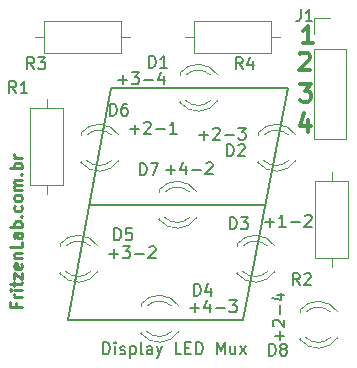
<source format=gbr>
%TF.GenerationSoftware,KiCad,Pcbnew,5.0.2-bee76a0~70~ubuntu18.04.1*%
%TF.CreationDate,2019-02-17T17:10:16-03:00*%
%TF.ProjectId,charlieplex-display-pcb-r00,63686172-6c69-4657-906c-65782d646973,rev?*%
%TF.SameCoordinates,Original*%
%TF.FileFunction,Legend,Top*%
%TF.FilePolarity,Positive*%
%FSLAX46Y46*%
G04 Gerber Fmt 4.6, Leading zero omitted, Abs format (unit mm)*
G04 Created by KiCad (PCBNEW 5.0.2-bee76a0~70~ubuntu18.04.1) date dom 17 fev 2019 17:10:16 -03*
%MOMM*%
%LPD*%
G01*
G04 APERTURE LIST*
%ADD10C,0.200000*%
%ADD11C,0.300000*%
%ADD12C,0.250000*%
%ADD13C,0.120000*%
%ADD14C,0.150000*%
G04 APERTURE END LIST*
D10*
X54935428Y-71929380D02*
X54935428Y-71167476D01*
X55316380Y-71548428D02*
X54554476Y-71548428D01*
X54411619Y-70738904D02*
X54364000Y-70691285D01*
X54316380Y-70596047D01*
X54316380Y-70357952D01*
X54364000Y-70262714D01*
X54411619Y-70215095D01*
X54506857Y-70167476D01*
X54602095Y-70167476D01*
X54744952Y-70215095D01*
X55316380Y-70786523D01*
X55316380Y-70167476D01*
X54935428Y-69738904D02*
X54935428Y-68977000D01*
X54649714Y-68072238D02*
X55316380Y-68072238D01*
X54268761Y-68310333D02*
X54983047Y-68548428D01*
X54983047Y-67929380D01*
X45291619Y-57475428D02*
X46053523Y-57475428D01*
X45672571Y-57856380D02*
X45672571Y-57094476D01*
X46958285Y-57189714D02*
X46958285Y-57856380D01*
X46720190Y-56808761D02*
X46482095Y-57523047D01*
X47101142Y-57523047D01*
X47482095Y-57475428D02*
X48244000Y-57475428D01*
X48672571Y-56951619D02*
X48720190Y-56904000D01*
X48815428Y-56856380D01*
X49053523Y-56856380D01*
X49148761Y-56904000D01*
X49196380Y-56951619D01*
X49244000Y-57046857D01*
X49244000Y-57142095D01*
X49196380Y-57284952D01*
X48624952Y-57856380D01*
X49244000Y-57856380D01*
X42243619Y-54046428D02*
X43005523Y-54046428D01*
X42624571Y-54427380D02*
X42624571Y-53665476D01*
X43434095Y-53522619D02*
X43481714Y-53475000D01*
X43576952Y-53427380D01*
X43815047Y-53427380D01*
X43910285Y-53475000D01*
X43957904Y-53522619D01*
X44005523Y-53617857D01*
X44005523Y-53713095D01*
X43957904Y-53855952D01*
X43386476Y-54427380D01*
X44005523Y-54427380D01*
X44434095Y-54046428D02*
X45196000Y-54046428D01*
X46196000Y-54427380D02*
X45624571Y-54427380D01*
X45910285Y-54427380D02*
X45910285Y-53427380D01*
X45815047Y-53570238D01*
X45719809Y-53665476D01*
X45624571Y-53713095D01*
X40465619Y-64587428D02*
X41227523Y-64587428D01*
X40846571Y-64968380D02*
X40846571Y-64206476D01*
X41608476Y-63968380D02*
X42227523Y-63968380D01*
X41894190Y-64349333D01*
X42037047Y-64349333D01*
X42132285Y-64396952D01*
X42179904Y-64444571D01*
X42227523Y-64539809D01*
X42227523Y-64777904D01*
X42179904Y-64873142D01*
X42132285Y-64920761D01*
X42037047Y-64968380D01*
X41751333Y-64968380D01*
X41656095Y-64920761D01*
X41608476Y-64873142D01*
X42656095Y-64587428D02*
X43418000Y-64587428D01*
X43846571Y-64063619D02*
X43894190Y-64016000D01*
X43989428Y-63968380D01*
X44227523Y-63968380D01*
X44322761Y-64016000D01*
X44370380Y-64063619D01*
X44418000Y-64158857D01*
X44418000Y-64254095D01*
X44370380Y-64396952D01*
X43798952Y-64968380D01*
X44418000Y-64968380D01*
X47323619Y-69159428D02*
X48085523Y-69159428D01*
X47704571Y-69540380D02*
X47704571Y-68778476D01*
X48990285Y-68873714D02*
X48990285Y-69540380D01*
X48752190Y-68492761D02*
X48514095Y-69207047D01*
X49133142Y-69207047D01*
X49514095Y-69159428D02*
X50276000Y-69159428D01*
X50656952Y-68540380D02*
X51276000Y-68540380D01*
X50942666Y-68921333D01*
X51085523Y-68921333D01*
X51180761Y-68968952D01*
X51228380Y-69016571D01*
X51276000Y-69111809D01*
X51276000Y-69349904D01*
X51228380Y-69445142D01*
X51180761Y-69492761D01*
X51085523Y-69540380D01*
X50799809Y-69540380D01*
X50704571Y-69492761D01*
X50656952Y-69445142D01*
X53673619Y-61920428D02*
X54435523Y-61920428D01*
X54054571Y-62301380D02*
X54054571Y-61539476D01*
X55435523Y-62301380D02*
X54864095Y-62301380D01*
X55149809Y-62301380D02*
X55149809Y-61301380D01*
X55054571Y-61444238D01*
X54959333Y-61539476D01*
X54864095Y-61587095D01*
X55864095Y-61920428D02*
X56626000Y-61920428D01*
X57054571Y-61396619D02*
X57102190Y-61349000D01*
X57197428Y-61301380D01*
X57435523Y-61301380D01*
X57530761Y-61349000D01*
X57578380Y-61396619D01*
X57626000Y-61491857D01*
X57626000Y-61587095D01*
X57578380Y-61729952D01*
X57006952Y-62301380D01*
X57626000Y-62301380D01*
X48085619Y-54554428D02*
X48847523Y-54554428D01*
X48466571Y-54935380D02*
X48466571Y-54173476D01*
X49276095Y-54030619D02*
X49323714Y-53983000D01*
X49418952Y-53935380D01*
X49657047Y-53935380D01*
X49752285Y-53983000D01*
X49799904Y-54030619D01*
X49847523Y-54125857D01*
X49847523Y-54221095D01*
X49799904Y-54363952D01*
X49228476Y-54935380D01*
X49847523Y-54935380D01*
X50276095Y-54554428D02*
X51038000Y-54554428D01*
X51418952Y-53935380D02*
X52038000Y-53935380D01*
X51704666Y-54316333D01*
X51847523Y-54316333D01*
X51942761Y-54363952D01*
X51990380Y-54411571D01*
X52038000Y-54506809D01*
X52038000Y-54744904D01*
X51990380Y-54840142D01*
X51942761Y-54887761D01*
X51847523Y-54935380D01*
X51561809Y-54935380D01*
X51466571Y-54887761D01*
X51418952Y-54840142D01*
X41227619Y-49855428D02*
X41989523Y-49855428D01*
X41608571Y-50236380D02*
X41608571Y-49474476D01*
X42370476Y-49236380D02*
X42989523Y-49236380D01*
X42656190Y-49617333D01*
X42799047Y-49617333D01*
X42894285Y-49664952D01*
X42941904Y-49712571D01*
X42989523Y-49807809D01*
X42989523Y-50045904D01*
X42941904Y-50141142D01*
X42894285Y-50188761D01*
X42799047Y-50236380D01*
X42513333Y-50236380D01*
X42418095Y-50188761D01*
X42370476Y-50141142D01*
X43418095Y-49855428D02*
X44180000Y-49855428D01*
X45084761Y-49569714D02*
X45084761Y-50236380D01*
X44846666Y-49188761D02*
X44608571Y-49903047D01*
X45227619Y-49903047D01*
D11*
X57308714Y-53272571D02*
X57308714Y-54272571D01*
X56951571Y-52701142D02*
X56594428Y-53772571D01*
X57523000Y-53772571D01*
X56650000Y-50232571D02*
X57578571Y-50232571D01*
X57078571Y-50804000D01*
X57292857Y-50804000D01*
X57435714Y-50875428D01*
X57507142Y-50946857D01*
X57578571Y-51089714D01*
X57578571Y-51446857D01*
X57507142Y-51589714D01*
X57435714Y-51661142D01*
X57292857Y-51732571D01*
X56864285Y-51732571D01*
X56721428Y-51661142D01*
X56650000Y-51589714D01*
X56594428Y-47708428D02*
X56665857Y-47637000D01*
X56808714Y-47565571D01*
X57165857Y-47565571D01*
X57308714Y-47637000D01*
X57380142Y-47708428D01*
X57451571Y-47851285D01*
X57451571Y-47994142D01*
X57380142Y-48208428D01*
X56523000Y-49065571D01*
X57451571Y-49065571D01*
X57705571Y-46779571D02*
X56848428Y-46779571D01*
X57277000Y-46779571D02*
X57277000Y-45279571D01*
X57134142Y-45493857D01*
X56991285Y-45636714D01*
X56848428Y-45708142D01*
D10*
X39974000Y-73096380D02*
X39974000Y-72096380D01*
X40212095Y-72096380D01*
X40354952Y-72144000D01*
X40450190Y-72239238D01*
X40497809Y-72334476D01*
X40545428Y-72524952D01*
X40545428Y-72667809D01*
X40497809Y-72858285D01*
X40450190Y-72953523D01*
X40354952Y-73048761D01*
X40212095Y-73096380D01*
X39974000Y-73096380D01*
X40974000Y-73096380D02*
X40974000Y-72429714D01*
X40974000Y-72096380D02*
X40926380Y-72144000D01*
X40974000Y-72191619D01*
X41021619Y-72144000D01*
X40974000Y-72096380D01*
X40974000Y-72191619D01*
X41402571Y-73048761D02*
X41497809Y-73096380D01*
X41688285Y-73096380D01*
X41783523Y-73048761D01*
X41831142Y-72953523D01*
X41831142Y-72905904D01*
X41783523Y-72810666D01*
X41688285Y-72763047D01*
X41545428Y-72763047D01*
X41450190Y-72715428D01*
X41402571Y-72620190D01*
X41402571Y-72572571D01*
X41450190Y-72477333D01*
X41545428Y-72429714D01*
X41688285Y-72429714D01*
X41783523Y-72477333D01*
X42259714Y-72429714D02*
X42259714Y-73429714D01*
X42259714Y-72477333D02*
X42354952Y-72429714D01*
X42545428Y-72429714D01*
X42640666Y-72477333D01*
X42688285Y-72524952D01*
X42735904Y-72620190D01*
X42735904Y-72905904D01*
X42688285Y-73001142D01*
X42640666Y-73048761D01*
X42545428Y-73096380D01*
X42354952Y-73096380D01*
X42259714Y-73048761D01*
X43307333Y-73096380D02*
X43212095Y-73048761D01*
X43164476Y-72953523D01*
X43164476Y-72096380D01*
X44116857Y-73096380D02*
X44116857Y-72572571D01*
X44069238Y-72477333D01*
X43974000Y-72429714D01*
X43783523Y-72429714D01*
X43688285Y-72477333D01*
X44116857Y-73048761D02*
X44021619Y-73096380D01*
X43783523Y-73096380D01*
X43688285Y-73048761D01*
X43640666Y-72953523D01*
X43640666Y-72858285D01*
X43688285Y-72763047D01*
X43783523Y-72715428D01*
X44021619Y-72715428D01*
X44116857Y-72667809D01*
X44497809Y-72429714D02*
X44735904Y-73096380D01*
X44974000Y-72429714D02*
X44735904Y-73096380D01*
X44640666Y-73334476D01*
X44593047Y-73382095D01*
X44497809Y-73429714D01*
X46593047Y-73096380D02*
X46116857Y-73096380D01*
X46116857Y-72096380D01*
X46926380Y-72572571D02*
X47259714Y-72572571D01*
X47402571Y-73096380D02*
X46926380Y-73096380D01*
X46926380Y-72096380D01*
X47402571Y-72096380D01*
X47831142Y-73096380D02*
X47831142Y-72096380D01*
X48069238Y-72096380D01*
X48212095Y-72144000D01*
X48307333Y-72239238D01*
X48354952Y-72334476D01*
X48402571Y-72524952D01*
X48402571Y-72667809D01*
X48354952Y-72858285D01*
X48307333Y-72953523D01*
X48212095Y-73048761D01*
X48069238Y-73096380D01*
X47831142Y-73096380D01*
X49593047Y-73096380D02*
X49593047Y-72096380D01*
X49926380Y-72810666D01*
X50259714Y-72096380D01*
X50259714Y-73096380D01*
X51164476Y-72429714D02*
X51164476Y-73096380D01*
X50735904Y-72429714D02*
X50735904Y-72953523D01*
X50783523Y-73048761D01*
X50878761Y-73096380D01*
X51021619Y-73096380D01*
X51116857Y-73048761D01*
X51164476Y-73001142D01*
X51545428Y-73096380D02*
X52069238Y-72429714D01*
X51545428Y-72429714D02*
X52069238Y-73096380D01*
D12*
X32567571Y-68809428D02*
X32567571Y-69142761D01*
X33091380Y-69142761D02*
X32091380Y-69142761D01*
X32091380Y-68666571D01*
X33091380Y-68285619D02*
X32424714Y-68285619D01*
X32615190Y-68285619D02*
X32519952Y-68238000D01*
X32472333Y-68190380D01*
X32424714Y-68095142D01*
X32424714Y-67999904D01*
X33091380Y-67666571D02*
X32424714Y-67666571D01*
X32091380Y-67666571D02*
X32139000Y-67714190D01*
X32186619Y-67666571D01*
X32139000Y-67618952D01*
X32091380Y-67666571D01*
X32186619Y-67666571D01*
X32424714Y-67333238D02*
X32424714Y-66952285D01*
X32091380Y-67190380D02*
X32948523Y-67190380D01*
X33043761Y-67142761D01*
X33091380Y-67047523D01*
X33091380Y-66952285D01*
X32424714Y-66714190D02*
X32424714Y-66190380D01*
X33091380Y-66714190D01*
X33091380Y-66190380D01*
X33043761Y-65428476D02*
X33091380Y-65523714D01*
X33091380Y-65714190D01*
X33043761Y-65809428D01*
X32948523Y-65857047D01*
X32567571Y-65857047D01*
X32472333Y-65809428D01*
X32424714Y-65714190D01*
X32424714Y-65523714D01*
X32472333Y-65428476D01*
X32567571Y-65380857D01*
X32662809Y-65380857D01*
X32758047Y-65857047D01*
X32424714Y-64952285D02*
X33091380Y-64952285D01*
X32519952Y-64952285D02*
X32472333Y-64904666D01*
X32424714Y-64809428D01*
X32424714Y-64666571D01*
X32472333Y-64571333D01*
X32567571Y-64523714D01*
X33091380Y-64523714D01*
X33091380Y-63571333D02*
X33091380Y-64047523D01*
X32091380Y-64047523D01*
X33091380Y-62809428D02*
X32567571Y-62809428D01*
X32472333Y-62857047D01*
X32424714Y-62952285D01*
X32424714Y-63142761D01*
X32472333Y-63238000D01*
X33043761Y-62809428D02*
X33091380Y-62904666D01*
X33091380Y-63142761D01*
X33043761Y-63238000D01*
X32948523Y-63285619D01*
X32853285Y-63285619D01*
X32758047Y-63238000D01*
X32710428Y-63142761D01*
X32710428Y-62904666D01*
X32662809Y-62809428D01*
X33091380Y-62333238D02*
X32091380Y-62333238D01*
X32472333Y-62333238D02*
X32424714Y-62238000D01*
X32424714Y-62047523D01*
X32472333Y-61952285D01*
X32519952Y-61904666D01*
X32615190Y-61857047D01*
X32900904Y-61857047D01*
X32996142Y-61904666D01*
X33043761Y-61952285D01*
X33091380Y-62047523D01*
X33091380Y-62238000D01*
X33043761Y-62333238D01*
X32996142Y-61428476D02*
X33043761Y-61380857D01*
X33091380Y-61428476D01*
X33043761Y-61476095D01*
X32996142Y-61428476D01*
X33091380Y-61428476D01*
X33043761Y-60523714D02*
X33091380Y-60618952D01*
X33091380Y-60809428D01*
X33043761Y-60904666D01*
X32996142Y-60952285D01*
X32900904Y-60999904D01*
X32615190Y-60999904D01*
X32519952Y-60952285D01*
X32472333Y-60904666D01*
X32424714Y-60809428D01*
X32424714Y-60618952D01*
X32472333Y-60523714D01*
X33091380Y-59952285D02*
X33043761Y-60047523D01*
X32996142Y-60095142D01*
X32900904Y-60142761D01*
X32615190Y-60142761D01*
X32519952Y-60095142D01*
X32472333Y-60047523D01*
X32424714Y-59952285D01*
X32424714Y-59809428D01*
X32472333Y-59714190D01*
X32519952Y-59666571D01*
X32615190Y-59618952D01*
X32900904Y-59618952D01*
X32996142Y-59666571D01*
X33043761Y-59714190D01*
X33091380Y-59809428D01*
X33091380Y-59952285D01*
X33091380Y-59190380D02*
X32424714Y-59190380D01*
X32519952Y-59190380D02*
X32472333Y-59142761D01*
X32424714Y-59047523D01*
X32424714Y-58904666D01*
X32472333Y-58809428D01*
X32567571Y-58761809D01*
X33091380Y-58761809D01*
X32567571Y-58761809D02*
X32472333Y-58714190D01*
X32424714Y-58618952D01*
X32424714Y-58476095D01*
X32472333Y-58380857D01*
X32567571Y-58333238D01*
X33091380Y-58333238D01*
X32996142Y-57857047D02*
X33043761Y-57809428D01*
X33091380Y-57857047D01*
X33043761Y-57904666D01*
X32996142Y-57857047D01*
X33091380Y-57857047D01*
X33091380Y-57380857D02*
X32091380Y-57380857D01*
X32472333Y-57380857D02*
X32424714Y-57285619D01*
X32424714Y-57095142D01*
X32472333Y-56999904D01*
X32519952Y-56952285D01*
X32615190Y-56904666D01*
X32900904Y-56904666D01*
X32996142Y-56952285D01*
X33043761Y-56999904D01*
X33091380Y-57095142D01*
X33091380Y-57285619D01*
X33043761Y-57380857D01*
X33091380Y-56476095D02*
X32424714Y-56476095D01*
X32615190Y-56476095D02*
X32519952Y-56428476D01*
X32472333Y-56380857D01*
X32424714Y-56285619D01*
X32424714Y-56190380D01*
D10*
X53721000Y-60452000D02*
X38862000Y-60452000D01*
X51816000Y-70231000D02*
X36957000Y-70231000D01*
X36957000Y-70231000D02*
X40640000Y-50546000D01*
X55626000Y-50546000D02*
X40640000Y-50546000D01*
X51816000Y-70231000D02*
X55626000Y-50546000D01*
D13*
X57852000Y-44644000D02*
X59182000Y-44644000D01*
X57852000Y-45974000D02*
X57852000Y-44644000D01*
X57852000Y-47244000D02*
X60512000Y-47244000D01*
X60512000Y-47244000D02*
X60512000Y-54924000D01*
X57852000Y-47244000D02*
X57852000Y-54924000D01*
X57852000Y-54924000D02*
X60512000Y-54924000D01*
X56606000Y-71692000D02*
X56606000Y-71848000D01*
X56606000Y-69376000D02*
X56606000Y-69532000D01*
X59207130Y-71691837D02*
G75*
G02X57125039Y-71692000I-1041130J1079837D01*
G01*
X59207130Y-69532163D02*
G75*
G03X57125039Y-69532000I-1041130J-1079837D01*
G01*
X59838335Y-71690608D02*
G75*
G02X56606000Y-71847516I-1672335J1078608D01*
G01*
X59838335Y-69533392D02*
G75*
G03X56606000Y-69376484I-1672335J-1078608D01*
G01*
X47900335Y-59373392D02*
G75*
G03X44668000Y-59216484I-1672335J-1078608D01*
G01*
X47900335Y-61530608D02*
G75*
G02X44668000Y-61687516I-1672335J1078608D01*
G01*
X47269130Y-59372163D02*
G75*
G03X45187039Y-59372000I-1041130J-1079837D01*
G01*
X47269130Y-61531837D02*
G75*
G02X45187039Y-61532000I-1041130J1079837D01*
G01*
X44668000Y-59216000D02*
X44668000Y-59372000D01*
X44668000Y-61532000D02*
X44668000Y-61688000D01*
X38064000Y-56706000D02*
X38064000Y-56862000D01*
X38064000Y-54390000D02*
X38064000Y-54546000D01*
X40665130Y-56705837D02*
G75*
G02X38583039Y-56706000I-1041130J1079837D01*
G01*
X40665130Y-54546163D02*
G75*
G03X38583039Y-54546000I-1041130J-1079837D01*
G01*
X41296335Y-56704608D02*
G75*
G02X38064000Y-56861516I-1672335J1078608D01*
G01*
X41296335Y-54547392D02*
G75*
G03X38064000Y-54390484I-1672335J-1078608D01*
G01*
X39518335Y-63945392D02*
G75*
G03X36286000Y-63788484I-1672335J-1078608D01*
G01*
X39518335Y-66102608D02*
G75*
G02X36286000Y-66259516I-1672335J1078608D01*
G01*
X38887130Y-63944163D02*
G75*
G03X36805039Y-63944000I-1041130J-1079837D01*
G01*
X38887130Y-66103837D02*
G75*
G02X36805039Y-66104000I-1041130J1079837D01*
G01*
X36286000Y-63788000D02*
X36286000Y-63944000D01*
X36286000Y-66104000D02*
X36286000Y-66260000D01*
X43144000Y-71184000D02*
X43144000Y-71340000D01*
X43144000Y-68868000D02*
X43144000Y-69024000D01*
X45745130Y-71183837D02*
G75*
G02X43663039Y-71184000I-1041130J1079837D01*
G01*
X45745130Y-69024163D02*
G75*
G03X43663039Y-69024000I-1041130J-1079837D01*
G01*
X46376335Y-71182608D02*
G75*
G02X43144000Y-71339516I-1672335J1078608D01*
G01*
X46376335Y-69025392D02*
G75*
G03X43144000Y-68868484I-1672335J-1078608D01*
G01*
X54504335Y-63945392D02*
G75*
G03X51272000Y-63788484I-1672335J-1078608D01*
G01*
X54504335Y-66102608D02*
G75*
G02X51272000Y-66259516I-1672335J1078608D01*
G01*
X53873130Y-63944163D02*
G75*
G03X51791039Y-63944000I-1041130J-1079837D01*
G01*
X53873130Y-66103837D02*
G75*
G02X51791039Y-66104000I-1041130J1079837D01*
G01*
X51272000Y-63788000D02*
X51272000Y-63944000D01*
X51272000Y-66104000D02*
X51272000Y-66260000D01*
X53050000Y-56706000D02*
X53050000Y-56862000D01*
X53050000Y-54390000D02*
X53050000Y-54546000D01*
X55651130Y-56705837D02*
G75*
G02X53569039Y-56706000I-1041130J1079837D01*
G01*
X55651130Y-54546163D02*
G75*
G03X53569039Y-54546000I-1041130J-1079837D01*
G01*
X56282335Y-56704608D02*
G75*
G02X53050000Y-56861516I-1672335J1078608D01*
G01*
X56282335Y-54547392D02*
G75*
G03X53050000Y-54390484I-1672335J-1078608D01*
G01*
X49678335Y-49467392D02*
G75*
G03X46446000Y-49310484I-1672335J-1078608D01*
G01*
X49678335Y-51624608D02*
G75*
G02X46446000Y-51781516I-1672335J1078608D01*
G01*
X49047130Y-49466163D02*
G75*
G03X46965039Y-49466000I-1041130J-1079837D01*
G01*
X49047130Y-51625837D02*
G75*
G02X46965039Y-51626000I-1041130J1079837D01*
G01*
X46446000Y-49310000D02*
X46446000Y-49466000D01*
X46446000Y-51626000D02*
X46446000Y-51782000D01*
X54967000Y-46228000D02*
X54197000Y-46228000D01*
X46887000Y-46228000D02*
X47657000Y-46228000D01*
X54197000Y-44858000D02*
X47657000Y-44858000D01*
X54197000Y-47598000D02*
X54197000Y-44858000D01*
X47657000Y-47598000D02*
X54197000Y-47598000D01*
X47657000Y-44858000D02*
X47657000Y-47598000D01*
X34957000Y-44858000D02*
X34957000Y-47598000D01*
X34957000Y-47598000D02*
X41497000Y-47598000D01*
X41497000Y-47598000D02*
X41497000Y-44858000D01*
X41497000Y-44858000D02*
X34957000Y-44858000D01*
X34187000Y-46228000D02*
X34957000Y-46228000D01*
X42267000Y-46228000D02*
X41497000Y-46228000D01*
X59309000Y-57682000D02*
X59309000Y-58452000D01*
X59309000Y-65762000D02*
X59309000Y-64992000D01*
X57939000Y-58452000D02*
X57939000Y-64992000D01*
X60679000Y-58452000D02*
X57939000Y-58452000D01*
X60679000Y-64992000D02*
X60679000Y-58452000D01*
X57939000Y-64992000D02*
X60679000Y-64992000D01*
X36549000Y-52229000D02*
X33809000Y-52229000D01*
X33809000Y-52229000D02*
X33809000Y-58769000D01*
X33809000Y-58769000D02*
X36549000Y-58769000D01*
X36549000Y-58769000D02*
X36549000Y-52229000D01*
X35179000Y-51459000D02*
X35179000Y-52229000D01*
X35179000Y-59539000D02*
X35179000Y-58769000D01*
D14*
X56689666Y-43902380D02*
X56689666Y-44616666D01*
X56642047Y-44759523D01*
X56546809Y-44854761D01*
X56403952Y-44902380D01*
X56308714Y-44902380D01*
X57689666Y-44902380D02*
X57118238Y-44902380D01*
X57403952Y-44902380D02*
X57403952Y-43902380D01*
X57308714Y-44045238D01*
X57213476Y-44140476D01*
X57118238Y-44188095D01*
X53998904Y-73223380D02*
X53998904Y-72223380D01*
X54237000Y-72223380D01*
X54379857Y-72271000D01*
X54475095Y-72366238D01*
X54522714Y-72461476D01*
X54570333Y-72651952D01*
X54570333Y-72794809D01*
X54522714Y-72985285D01*
X54475095Y-73080523D01*
X54379857Y-73175761D01*
X54237000Y-73223380D01*
X53998904Y-73223380D01*
X55141761Y-72651952D02*
X55046523Y-72604333D01*
X54998904Y-72556714D01*
X54951285Y-72461476D01*
X54951285Y-72413857D01*
X54998904Y-72318619D01*
X55046523Y-72271000D01*
X55141761Y-72223380D01*
X55332238Y-72223380D01*
X55427476Y-72271000D01*
X55475095Y-72318619D01*
X55522714Y-72413857D01*
X55522714Y-72461476D01*
X55475095Y-72556714D01*
X55427476Y-72604333D01*
X55332238Y-72651952D01*
X55141761Y-72651952D01*
X55046523Y-72699571D01*
X54998904Y-72747190D01*
X54951285Y-72842428D01*
X54951285Y-73032904D01*
X54998904Y-73128142D01*
X55046523Y-73175761D01*
X55141761Y-73223380D01*
X55332238Y-73223380D01*
X55427476Y-73175761D01*
X55475095Y-73128142D01*
X55522714Y-73032904D01*
X55522714Y-72842428D01*
X55475095Y-72747190D01*
X55427476Y-72699571D01*
X55332238Y-72651952D01*
X43076904Y-57944380D02*
X43076904Y-56944380D01*
X43315000Y-56944380D01*
X43457857Y-56992000D01*
X43553095Y-57087238D01*
X43600714Y-57182476D01*
X43648333Y-57372952D01*
X43648333Y-57515809D01*
X43600714Y-57706285D01*
X43553095Y-57801523D01*
X43457857Y-57896761D01*
X43315000Y-57944380D01*
X43076904Y-57944380D01*
X43981666Y-56944380D02*
X44648333Y-56944380D01*
X44219761Y-57944380D01*
X40536904Y-52903380D02*
X40536904Y-51903380D01*
X40775000Y-51903380D01*
X40917857Y-51951000D01*
X41013095Y-52046238D01*
X41060714Y-52141476D01*
X41108333Y-52331952D01*
X41108333Y-52474809D01*
X41060714Y-52665285D01*
X41013095Y-52760523D01*
X40917857Y-52855761D01*
X40775000Y-52903380D01*
X40536904Y-52903380D01*
X41965476Y-51903380D02*
X41775000Y-51903380D01*
X41679761Y-51951000D01*
X41632142Y-51998619D01*
X41536904Y-52141476D01*
X41489285Y-52331952D01*
X41489285Y-52712904D01*
X41536904Y-52808142D01*
X41584523Y-52855761D01*
X41679761Y-52903380D01*
X41870238Y-52903380D01*
X41965476Y-52855761D01*
X42013095Y-52808142D01*
X42060714Y-52712904D01*
X42060714Y-52474809D01*
X42013095Y-52379571D01*
X41965476Y-52331952D01*
X41870238Y-52284333D01*
X41679761Y-52284333D01*
X41584523Y-52331952D01*
X41536904Y-52379571D01*
X41489285Y-52474809D01*
X40917904Y-63444380D02*
X40917904Y-62444380D01*
X41156000Y-62444380D01*
X41298857Y-62492000D01*
X41394095Y-62587238D01*
X41441714Y-62682476D01*
X41489333Y-62872952D01*
X41489333Y-63015809D01*
X41441714Y-63206285D01*
X41394095Y-63301523D01*
X41298857Y-63396761D01*
X41156000Y-63444380D01*
X40917904Y-63444380D01*
X42394095Y-62444380D02*
X41917904Y-62444380D01*
X41870285Y-62920571D01*
X41917904Y-62872952D01*
X42013142Y-62825333D01*
X42251238Y-62825333D01*
X42346476Y-62872952D01*
X42394095Y-62920571D01*
X42441714Y-63015809D01*
X42441714Y-63253904D01*
X42394095Y-63349142D01*
X42346476Y-63396761D01*
X42251238Y-63444380D01*
X42013142Y-63444380D01*
X41917904Y-63396761D01*
X41870285Y-63349142D01*
X47648904Y-68143380D02*
X47648904Y-67143380D01*
X47887000Y-67143380D01*
X48029857Y-67191000D01*
X48125095Y-67286238D01*
X48172714Y-67381476D01*
X48220333Y-67571952D01*
X48220333Y-67714809D01*
X48172714Y-67905285D01*
X48125095Y-68000523D01*
X48029857Y-68095761D01*
X47887000Y-68143380D01*
X47648904Y-68143380D01*
X49077476Y-67476714D02*
X49077476Y-68143380D01*
X48839380Y-67095761D02*
X48601285Y-67810047D01*
X49220333Y-67810047D01*
X50696904Y-62516380D02*
X50696904Y-61516380D01*
X50935000Y-61516380D01*
X51077857Y-61564000D01*
X51173095Y-61659238D01*
X51220714Y-61754476D01*
X51268333Y-61944952D01*
X51268333Y-62087809D01*
X51220714Y-62278285D01*
X51173095Y-62373523D01*
X51077857Y-62468761D01*
X50935000Y-62516380D01*
X50696904Y-62516380D01*
X51601666Y-61516380D02*
X52220714Y-61516380D01*
X51887380Y-61897333D01*
X52030238Y-61897333D01*
X52125476Y-61944952D01*
X52173095Y-61992571D01*
X52220714Y-62087809D01*
X52220714Y-62325904D01*
X52173095Y-62421142D01*
X52125476Y-62468761D01*
X52030238Y-62516380D01*
X51744523Y-62516380D01*
X51649285Y-62468761D01*
X51601666Y-62421142D01*
X50442904Y-56332380D02*
X50442904Y-55332380D01*
X50681000Y-55332380D01*
X50823857Y-55380000D01*
X50919095Y-55475238D01*
X50966714Y-55570476D01*
X51014333Y-55760952D01*
X51014333Y-55903809D01*
X50966714Y-56094285D01*
X50919095Y-56189523D01*
X50823857Y-56284761D01*
X50681000Y-56332380D01*
X50442904Y-56332380D01*
X51395285Y-55427619D02*
X51442904Y-55380000D01*
X51538142Y-55332380D01*
X51776238Y-55332380D01*
X51871476Y-55380000D01*
X51919095Y-55427619D01*
X51966714Y-55522857D01*
X51966714Y-55618095D01*
X51919095Y-55760952D01*
X51347666Y-56332380D01*
X51966714Y-56332380D01*
X43838904Y-48839380D02*
X43838904Y-47839380D01*
X44077000Y-47839380D01*
X44219857Y-47887000D01*
X44315095Y-47982238D01*
X44362714Y-48077476D01*
X44410333Y-48267952D01*
X44410333Y-48410809D01*
X44362714Y-48601285D01*
X44315095Y-48696523D01*
X44219857Y-48791761D01*
X44077000Y-48839380D01*
X43838904Y-48839380D01*
X45362714Y-48839380D02*
X44791285Y-48839380D01*
X45077000Y-48839380D02*
X45077000Y-47839380D01*
X44981761Y-47982238D01*
X44886523Y-48077476D01*
X44791285Y-48125095D01*
X51776333Y-48966380D02*
X51443000Y-48490190D01*
X51204904Y-48966380D02*
X51204904Y-47966380D01*
X51585857Y-47966380D01*
X51681095Y-48014000D01*
X51728714Y-48061619D01*
X51776333Y-48156857D01*
X51776333Y-48299714D01*
X51728714Y-48394952D01*
X51681095Y-48442571D01*
X51585857Y-48490190D01*
X51204904Y-48490190D01*
X52633476Y-48299714D02*
X52633476Y-48966380D01*
X52395380Y-47918761D02*
X52157285Y-48633047D01*
X52776333Y-48633047D01*
X34123333Y-48966380D02*
X33790000Y-48490190D01*
X33551904Y-48966380D02*
X33551904Y-47966380D01*
X33932857Y-47966380D01*
X34028095Y-48014000D01*
X34075714Y-48061619D01*
X34123333Y-48156857D01*
X34123333Y-48299714D01*
X34075714Y-48394952D01*
X34028095Y-48442571D01*
X33932857Y-48490190D01*
X33551904Y-48490190D01*
X34456666Y-47966380D02*
X35075714Y-47966380D01*
X34742380Y-48347333D01*
X34885238Y-48347333D01*
X34980476Y-48394952D01*
X35028095Y-48442571D01*
X35075714Y-48537809D01*
X35075714Y-48775904D01*
X35028095Y-48871142D01*
X34980476Y-48918761D01*
X34885238Y-48966380D01*
X34599523Y-48966380D01*
X34504285Y-48918761D01*
X34456666Y-48871142D01*
X56602333Y-67254380D02*
X56269000Y-66778190D01*
X56030904Y-67254380D02*
X56030904Y-66254380D01*
X56411857Y-66254380D01*
X56507095Y-66302000D01*
X56554714Y-66349619D01*
X56602333Y-66444857D01*
X56602333Y-66587714D01*
X56554714Y-66682952D01*
X56507095Y-66730571D01*
X56411857Y-66778190D01*
X56030904Y-66778190D01*
X56983285Y-66349619D02*
X57030904Y-66302000D01*
X57126142Y-66254380D01*
X57364238Y-66254380D01*
X57459476Y-66302000D01*
X57507095Y-66349619D01*
X57554714Y-66444857D01*
X57554714Y-66540095D01*
X57507095Y-66682952D01*
X56935666Y-67254380D01*
X57554714Y-67254380D01*
X32599333Y-50998380D02*
X32266000Y-50522190D01*
X32027904Y-50998380D02*
X32027904Y-49998380D01*
X32408857Y-49998380D01*
X32504095Y-50046000D01*
X32551714Y-50093619D01*
X32599333Y-50188857D01*
X32599333Y-50331714D01*
X32551714Y-50426952D01*
X32504095Y-50474571D01*
X32408857Y-50522190D01*
X32027904Y-50522190D01*
X33551714Y-50998380D02*
X32980285Y-50998380D01*
X33266000Y-50998380D02*
X33266000Y-49998380D01*
X33170761Y-50141238D01*
X33075523Y-50236476D01*
X32980285Y-50284095D01*
M02*

</source>
